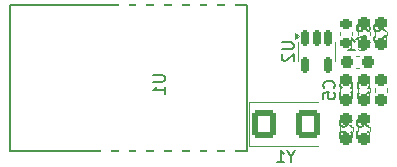
<source format=gbr>
%TF.GenerationSoftware,KiCad,Pcbnew,9.0.3*%
%TF.CreationDate,2025-08-01T16:52:08-04:00*%
%TF.ProjectId,dongle_pcb,646f6e67-6c65-45f7-9063-622e6b696361,rev?*%
%TF.SameCoordinates,Original*%
%TF.FileFunction,Legend,Bot*%
%TF.FilePolarity,Positive*%
%FSLAX46Y46*%
G04 Gerber Fmt 4.6, Leading zero omitted, Abs format (unit mm)*
G04 Created by KiCad (PCBNEW 9.0.3) date 2025-08-01 16:52:08*
%MOMM*%
%LPD*%
G01*
G04 APERTURE LIST*
G04 Aperture macros list*
%AMRoundRect*
0 Rectangle with rounded corners*
0 $1 Rounding radius*
0 $2 $3 $4 $5 $6 $7 $8 $9 X,Y pos of 4 corners*
0 Add a 4 corners polygon primitive as box body*
4,1,4,$2,$3,$4,$5,$6,$7,$8,$9,$2,$3,0*
0 Add four circle primitives for the rounded corners*
1,1,$1+$1,$2,$3*
1,1,$1+$1,$4,$5*
1,1,$1+$1,$6,$7*
1,1,$1+$1,$8,$9*
0 Add four rect primitives between the rounded corners*
20,1,$1+$1,$2,$3,$4,$5,0*
20,1,$1+$1,$4,$5,$6,$7,0*
20,1,$1+$1,$6,$7,$8,$9,0*
20,1,$1+$1,$8,$9,$2,$3,0*%
G04 Aperture macros list end*
%ADD10C,0.150000*%
%ADD11C,0.120000*%
%ADD12RoundRect,0.237500X-0.237500X0.300000X-0.237500X-0.300000X0.237500X-0.300000X0.237500X0.300000X0*%
%ADD13RoundRect,0.250000X-0.750000X-0.950000X0.750000X-0.950000X0.750000X0.950000X-0.750000X0.950000X0*%
%ADD14RoundRect,0.225000X0.250000X-0.225000X0.250000X0.225000X-0.250000X0.225000X-0.250000X-0.225000X0*%
%ADD15R,0.900000X2.000000*%
%ADD16R,2.500000X2.500000*%
%ADD17RoundRect,0.237500X0.237500X-0.300000X0.237500X0.300000X-0.237500X0.300000X-0.237500X-0.300000X0*%
%ADD18RoundRect,0.150000X-0.150000X0.512500X-0.150000X-0.512500X0.150000X-0.512500X0.150000X0.512500X0*%
%ADD19RoundRect,0.237500X0.300000X0.237500X-0.300000X0.237500X-0.300000X-0.237500X0.300000X-0.237500X0*%
G04 APERTURE END LIST*
D10*
X140709580Y-71173333D02*
X140757200Y-71125714D01*
X140757200Y-71125714D02*
X140804819Y-70982857D01*
X140804819Y-70982857D02*
X140804819Y-70887619D01*
X140804819Y-70887619D02*
X140757200Y-70744762D01*
X140757200Y-70744762D02*
X140661961Y-70649524D01*
X140661961Y-70649524D02*
X140566723Y-70601905D01*
X140566723Y-70601905D02*
X140376247Y-70554286D01*
X140376247Y-70554286D02*
X140233390Y-70554286D01*
X140233390Y-70554286D02*
X140042914Y-70601905D01*
X140042914Y-70601905D02*
X139947676Y-70649524D01*
X139947676Y-70649524D02*
X139852438Y-70744762D01*
X139852438Y-70744762D02*
X139804819Y-70887619D01*
X139804819Y-70887619D02*
X139804819Y-70982857D01*
X139804819Y-70982857D02*
X139852438Y-71125714D01*
X139852438Y-71125714D02*
X139900057Y-71173333D01*
X140138152Y-72030476D02*
X140804819Y-72030476D01*
X139757200Y-71792381D02*
X140471485Y-71554286D01*
X140471485Y-71554286D02*
X140471485Y-72173333D01*
X134176190Y-81758628D02*
X134176190Y-82234819D01*
X134509523Y-81234819D02*
X134176190Y-81758628D01*
X134176190Y-81758628D02*
X133842857Y-81234819D01*
X132985714Y-82234819D02*
X133557142Y-82234819D01*
X133271428Y-82234819D02*
X133271428Y-81234819D01*
X133271428Y-81234819D02*
X133366666Y-81377676D01*
X133366666Y-81377676D02*
X133461904Y-81472914D01*
X133461904Y-81472914D02*
X133557142Y-81520533D01*
X140724819Y-71173333D02*
X140248628Y-70840000D01*
X140724819Y-70601905D02*
X139724819Y-70601905D01*
X139724819Y-70601905D02*
X139724819Y-70982857D01*
X139724819Y-70982857D02*
X139772438Y-71078095D01*
X139772438Y-71078095D02*
X139820057Y-71125714D01*
X139820057Y-71125714D02*
X139915295Y-71173333D01*
X139915295Y-71173333D02*
X140058152Y-71173333D01*
X140058152Y-71173333D02*
X140153390Y-71125714D01*
X140153390Y-71125714D02*
X140201009Y-71078095D01*
X140201009Y-71078095D02*
X140248628Y-70982857D01*
X140248628Y-70982857D02*
X140248628Y-70601905D01*
X140058152Y-72030476D02*
X140724819Y-72030476D01*
X139677200Y-71792381D02*
X140391485Y-71554286D01*
X140391485Y-71554286D02*
X140391485Y-72173333D01*
X139334819Y-79260833D02*
X138858628Y-78927500D01*
X139334819Y-78689405D02*
X138334819Y-78689405D01*
X138334819Y-78689405D02*
X138334819Y-79070357D01*
X138334819Y-79070357D02*
X138382438Y-79165595D01*
X138382438Y-79165595D02*
X138430057Y-79213214D01*
X138430057Y-79213214D02*
X138525295Y-79260833D01*
X138525295Y-79260833D02*
X138668152Y-79260833D01*
X138668152Y-79260833D02*
X138763390Y-79213214D01*
X138763390Y-79213214D02*
X138811009Y-79165595D01*
X138811009Y-79165595D02*
X138858628Y-79070357D01*
X138858628Y-79070357D02*
X138858628Y-78689405D01*
X138334819Y-80165595D02*
X138334819Y-79689405D01*
X138334819Y-79689405D02*
X138811009Y-79641786D01*
X138811009Y-79641786D02*
X138763390Y-79689405D01*
X138763390Y-79689405D02*
X138715771Y-79784643D01*
X138715771Y-79784643D02*
X138715771Y-80022738D01*
X138715771Y-80022738D02*
X138763390Y-80117976D01*
X138763390Y-80117976D02*
X138811009Y-80165595D01*
X138811009Y-80165595D02*
X138906247Y-80213214D01*
X138906247Y-80213214D02*
X139144342Y-80213214D01*
X139144342Y-80213214D02*
X139239580Y-80165595D01*
X139239580Y-80165595D02*
X139287200Y-80117976D01*
X139287200Y-80117976D02*
X139334819Y-80022738D01*
X139334819Y-80022738D02*
X139334819Y-79784643D01*
X139334819Y-79784643D02*
X139287200Y-79689405D01*
X139287200Y-79689405D02*
X139239580Y-79641786D01*
X139239580Y-75953333D02*
X139287200Y-75905714D01*
X139287200Y-75905714D02*
X139334819Y-75762857D01*
X139334819Y-75762857D02*
X139334819Y-75667619D01*
X139334819Y-75667619D02*
X139287200Y-75524762D01*
X139287200Y-75524762D02*
X139191961Y-75429524D01*
X139191961Y-75429524D02*
X139096723Y-75381905D01*
X139096723Y-75381905D02*
X138906247Y-75334286D01*
X138906247Y-75334286D02*
X138763390Y-75334286D01*
X138763390Y-75334286D02*
X138572914Y-75381905D01*
X138572914Y-75381905D02*
X138477676Y-75429524D01*
X138477676Y-75429524D02*
X138382438Y-75524762D01*
X138382438Y-75524762D02*
X138334819Y-75667619D01*
X138334819Y-75667619D02*
X138334819Y-75762857D01*
X138334819Y-75762857D02*
X138382438Y-75905714D01*
X138382438Y-75905714D02*
X138430057Y-75953333D01*
X138334819Y-76286667D02*
X138334819Y-76905714D01*
X138334819Y-76905714D02*
X138715771Y-76572381D01*
X138715771Y-76572381D02*
X138715771Y-76715238D01*
X138715771Y-76715238D02*
X138763390Y-76810476D01*
X138763390Y-76810476D02*
X138811009Y-76858095D01*
X138811009Y-76858095D02*
X138906247Y-76905714D01*
X138906247Y-76905714D02*
X139144342Y-76905714D01*
X139144342Y-76905714D02*
X139239580Y-76858095D01*
X139239580Y-76858095D02*
X139287200Y-76810476D01*
X139287200Y-76810476D02*
X139334819Y-76715238D01*
X139334819Y-76715238D02*
X139334819Y-76429524D01*
X139334819Y-76429524D02*
X139287200Y-76334286D01*
X139287200Y-76334286D02*
X139239580Y-76286667D01*
X122454819Y-74878095D02*
X123264342Y-74878095D01*
X123264342Y-74878095D02*
X123359580Y-74925714D01*
X123359580Y-74925714D02*
X123407200Y-74973333D01*
X123407200Y-74973333D02*
X123454819Y-75068571D01*
X123454819Y-75068571D02*
X123454819Y-75259047D01*
X123454819Y-75259047D02*
X123407200Y-75354285D01*
X123407200Y-75354285D02*
X123359580Y-75401904D01*
X123359580Y-75401904D02*
X123264342Y-75449523D01*
X123264342Y-75449523D02*
X122454819Y-75449523D01*
X123454819Y-76449523D02*
X123454819Y-75878095D01*
X123454819Y-76163809D02*
X122454819Y-76163809D01*
X122454819Y-76163809D02*
X122597676Y-76068571D01*
X122597676Y-76068571D02*
X122692914Y-75973333D01*
X122692914Y-75973333D02*
X122740533Y-75878095D01*
X140734819Y-79260833D02*
X140258628Y-78927500D01*
X140734819Y-78689405D02*
X139734819Y-78689405D01*
X139734819Y-78689405D02*
X139734819Y-79070357D01*
X139734819Y-79070357D02*
X139782438Y-79165595D01*
X139782438Y-79165595D02*
X139830057Y-79213214D01*
X139830057Y-79213214D02*
X139925295Y-79260833D01*
X139925295Y-79260833D02*
X140068152Y-79260833D01*
X140068152Y-79260833D02*
X140163390Y-79213214D01*
X140163390Y-79213214D02*
X140211009Y-79165595D01*
X140211009Y-79165595D02*
X140258628Y-79070357D01*
X140258628Y-79070357D02*
X140258628Y-78689405D01*
X139734819Y-79594167D02*
X139734819Y-80213214D01*
X139734819Y-80213214D02*
X140115771Y-79879881D01*
X140115771Y-79879881D02*
X140115771Y-80022738D01*
X140115771Y-80022738D02*
X140163390Y-80117976D01*
X140163390Y-80117976D02*
X140211009Y-80165595D01*
X140211009Y-80165595D02*
X140306247Y-80213214D01*
X140306247Y-80213214D02*
X140544342Y-80213214D01*
X140544342Y-80213214D02*
X140639580Y-80165595D01*
X140639580Y-80165595D02*
X140687200Y-80117976D01*
X140687200Y-80117976D02*
X140734819Y-80022738D01*
X140734819Y-80022738D02*
X140734819Y-79737024D01*
X140734819Y-79737024D02*
X140687200Y-79641786D01*
X140687200Y-79641786D02*
X140639580Y-79594167D01*
X137769580Y-75950833D02*
X137817200Y-75903214D01*
X137817200Y-75903214D02*
X137864819Y-75760357D01*
X137864819Y-75760357D02*
X137864819Y-75665119D01*
X137864819Y-75665119D02*
X137817200Y-75522262D01*
X137817200Y-75522262D02*
X137721961Y-75427024D01*
X137721961Y-75427024D02*
X137626723Y-75379405D01*
X137626723Y-75379405D02*
X137436247Y-75331786D01*
X137436247Y-75331786D02*
X137293390Y-75331786D01*
X137293390Y-75331786D02*
X137102914Y-75379405D01*
X137102914Y-75379405D02*
X137007676Y-75427024D01*
X137007676Y-75427024D02*
X136912438Y-75522262D01*
X136912438Y-75522262D02*
X136864819Y-75665119D01*
X136864819Y-75665119D02*
X136864819Y-75760357D01*
X136864819Y-75760357D02*
X136912438Y-75903214D01*
X136912438Y-75903214D02*
X136960057Y-75950833D01*
X136864819Y-76855595D02*
X136864819Y-76379405D01*
X136864819Y-76379405D02*
X137341009Y-76331786D01*
X137341009Y-76331786D02*
X137293390Y-76379405D01*
X137293390Y-76379405D02*
X137245771Y-76474643D01*
X137245771Y-76474643D02*
X137245771Y-76712738D01*
X137245771Y-76712738D02*
X137293390Y-76807976D01*
X137293390Y-76807976D02*
X137341009Y-76855595D01*
X137341009Y-76855595D02*
X137436247Y-76903214D01*
X137436247Y-76903214D02*
X137674342Y-76903214D01*
X137674342Y-76903214D02*
X137769580Y-76855595D01*
X137769580Y-76855595D02*
X137817200Y-76807976D01*
X137817200Y-76807976D02*
X137864819Y-76712738D01*
X137864819Y-76712738D02*
X137864819Y-76474643D01*
X137864819Y-76474643D02*
X137817200Y-76379405D01*
X137817200Y-76379405D02*
X137769580Y-76331786D01*
X142204819Y-71173333D02*
X141728628Y-70840000D01*
X142204819Y-70601905D02*
X141204819Y-70601905D01*
X141204819Y-70601905D02*
X141204819Y-70982857D01*
X141204819Y-70982857D02*
X141252438Y-71078095D01*
X141252438Y-71078095D02*
X141300057Y-71125714D01*
X141300057Y-71125714D02*
X141395295Y-71173333D01*
X141395295Y-71173333D02*
X141538152Y-71173333D01*
X141538152Y-71173333D02*
X141633390Y-71125714D01*
X141633390Y-71125714D02*
X141681009Y-71078095D01*
X141681009Y-71078095D02*
X141728628Y-70982857D01*
X141728628Y-70982857D02*
X141728628Y-70601905D01*
X141300057Y-71554286D02*
X141252438Y-71601905D01*
X141252438Y-71601905D02*
X141204819Y-71697143D01*
X141204819Y-71697143D02*
X141204819Y-71935238D01*
X141204819Y-71935238D02*
X141252438Y-72030476D01*
X141252438Y-72030476D02*
X141300057Y-72078095D01*
X141300057Y-72078095D02*
X141395295Y-72125714D01*
X141395295Y-72125714D02*
X141490533Y-72125714D01*
X141490533Y-72125714D02*
X141633390Y-72078095D01*
X141633390Y-72078095D02*
X142204819Y-71506667D01*
X142204819Y-71506667D02*
X142204819Y-72125714D01*
X140699580Y-75963333D02*
X140747200Y-75915714D01*
X140747200Y-75915714D02*
X140794819Y-75772857D01*
X140794819Y-75772857D02*
X140794819Y-75677619D01*
X140794819Y-75677619D02*
X140747200Y-75534762D01*
X140747200Y-75534762D02*
X140651961Y-75439524D01*
X140651961Y-75439524D02*
X140556723Y-75391905D01*
X140556723Y-75391905D02*
X140366247Y-75344286D01*
X140366247Y-75344286D02*
X140223390Y-75344286D01*
X140223390Y-75344286D02*
X140032914Y-75391905D01*
X140032914Y-75391905D02*
X139937676Y-75439524D01*
X139937676Y-75439524D02*
X139842438Y-75534762D01*
X139842438Y-75534762D02*
X139794819Y-75677619D01*
X139794819Y-75677619D02*
X139794819Y-75772857D01*
X139794819Y-75772857D02*
X139842438Y-75915714D01*
X139842438Y-75915714D02*
X139890057Y-75963333D01*
X139890057Y-76344286D02*
X139842438Y-76391905D01*
X139842438Y-76391905D02*
X139794819Y-76487143D01*
X139794819Y-76487143D02*
X139794819Y-76725238D01*
X139794819Y-76725238D02*
X139842438Y-76820476D01*
X139842438Y-76820476D02*
X139890057Y-76868095D01*
X139890057Y-76868095D02*
X139985295Y-76915714D01*
X139985295Y-76915714D02*
X140080533Y-76915714D01*
X140080533Y-76915714D02*
X140223390Y-76868095D01*
X140223390Y-76868095D02*
X140794819Y-76296667D01*
X140794819Y-76296667D02*
X140794819Y-76915714D01*
X133367319Y-72098095D02*
X134176842Y-72098095D01*
X134176842Y-72098095D02*
X134272080Y-72145714D01*
X134272080Y-72145714D02*
X134319700Y-72193333D01*
X134319700Y-72193333D02*
X134367319Y-72288571D01*
X134367319Y-72288571D02*
X134367319Y-72479047D01*
X134367319Y-72479047D02*
X134319700Y-72574285D01*
X134319700Y-72574285D02*
X134272080Y-72621904D01*
X134272080Y-72621904D02*
X134176842Y-72669523D01*
X134176842Y-72669523D02*
X133367319Y-72669523D01*
X133462557Y-73098095D02*
X133414938Y-73145714D01*
X133414938Y-73145714D02*
X133367319Y-73240952D01*
X133367319Y-73240952D02*
X133367319Y-73479047D01*
X133367319Y-73479047D02*
X133414938Y-73574285D01*
X133414938Y-73574285D02*
X133462557Y-73621904D01*
X133462557Y-73621904D02*
X133557795Y-73669523D01*
X133557795Y-73669523D02*
X133653033Y-73669523D01*
X133653033Y-73669523D02*
X133795890Y-73621904D01*
X133795890Y-73621904D02*
X134367319Y-73050476D01*
X134367319Y-73050476D02*
X134367319Y-73669523D01*
X139936666Y-72659580D02*
X139984285Y-72707200D01*
X139984285Y-72707200D02*
X140127142Y-72754819D01*
X140127142Y-72754819D02*
X140222380Y-72754819D01*
X140222380Y-72754819D02*
X140365237Y-72707200D01*
X140365237Y-72707200D02*
X140460475Y-72611961D01*
X140460475Y-72611961D02*
X140508094Y-72516723D01*
X140508094Y-72516723D02*
X140555713Y-72326247D01*
X140555713Y-72326247D02*
X140555713Y-72183390D01*
X140555713Y-72183390D02*
X140508094Y-71992914D01*
X140508094Y-71992914D02*
X140460475Y-71897676D01*
X140460475Y-71897676D02*
X140365237Y-71802438D01*
X140365237Y-71802438D02*
X140222380Y-71754819D01*
X140222380Y-71754819D02*
X140127142Y-71754819D01*
X140127142Y-71754819D02*
X139984285Y-71802438D01*
X139984285Y-71802438D02*
X139936666Y-71850057D01*
X138984285Y-72754819D02*
X139555713Y-72754819D01*
X139269999Y-72754819D02*
X139269999Y-71754819D01*
X139269999Y-71754819D02*
X139365237Y-71897676D01*
X139365237Y-71897676D02*
X139460475Y-71992914D01*
X139460475Y-71992914D02*
X139555713Y-72040533D01*
D11*
%TO.C,C4*%
X141270000Y-71193733D02*
X141270000Y-71486267D01*
X142290000Y-71193733D02*
X142290000Y-71486267D01*
%TO.C,Y1*%
X130590000Y-77120000D02*
X136460000Y-77120000D01*
X130590000Y-80840000D02*
X130590000Y-77120000D01*
X136460000Y-80840000D02*
X130590000Y-80840000D01*
%TO.C,R4*%
X138330000Y-71480580D02*
X138330000Y-71199420D01*
X139350000Y-71480580D02*
X139350000Y-71199420D01*
%TO.C,R5*%
X139800000Y-79281233D02*
X139800000Y-79573767D01*
X140820000Y-79281233D02*
X140820000Y-79573767D01*
%TO.C,C3*%
X139800000Y-75973733D02*
X139800000Y-76266267D01*
X140820000Y-75973733D02*
X140820000Y-76266267D01*
D10*
%TO.C,U1*%
X110390000Y-68940000D02*
X110390000Y-81240000D01*
X130390000Y-68940000D02*
X110390000Y-68940000D01*
X130390000Y-81240000D02*
X130390000Y-68940000D01*
X130390000Y-81250000D02*
X110390000Y-81250000D01*
D11*
%TO.C,R3*%
X138340000Y-79573767D02*
X138340000Y-79281233D01*
X139360000Y-79573767D02*
X139360000Y-79281233D01*
%TO.C,C5*%
X138330000Y-75971233D02*
X138330000Y-76263767D01*
X139350000Y-75971233D02*
X139350000Y-76263767D01*
%TO.C,R2*%
X139810000Y-71486267D02*
X139810000Y-71193733D01*
X140830000Y-71486267D02*
X140830000Y-71193733D01*
%TO.C,C2*%
X141260000Y-75983733D02*
X141260000Y-76276267D01*
X142280000Y-75983733D02*
X142280000Y-76276267D01*
%TO.C,U2*%
X134752500Y-72860000D02*
X134752500Y-72060000D01*
X134752500Y-72860000D02*
X134752500Y-73660000D01*
X137872500Y-72860000D02*
X137872500Y-72060000D01*
X137872500Y-72860000D02*
X137872500Y-73660000D01*
X134802500Y-71560000D02*
X134472500Y-71800000D01*
X134472500Y-71320000D01*
X134802500Y-71560000D01*
G36*
X134802500Y-71560000D02*
G01*
X134472500Y-71800000D01*
X134472500Y-71320000D01*
X134802500Y-71560000D01*
G37*
%TO.C,C1*%
X139916267Y-73220000D02*
X139623733Y-73220000D01*
X139916267Y-74240000D02*
X139623733Y-74240000D01*
%TD*%
%LPC*%
D12*
%TO.C,C4*%
X141780000Y-70477500D03*
X141780000Y-72202500D03*
%TD*%
D13*
%TO.C,Y1*%
X131850000Y-78980000D03*
X135550000Y-78980000D03*
%TD*%
D14*
%TO.C,R4*%
X138840000Y-72115000D03*
X138840000Y-70565000D03*
%TD*%
D12*
%TO.C,R5*%
X140310000Y-78565000D03*
X140310000Y-80290000D03*
%TD*%
%TO.C,C3*%
X140310000Y-75257500D03*
X140310000Y-76982500D03*
%TD*%
D15*
%TO.C,U1*%
X119990000Y-68940000D03*
X121490000Y-68940000D03*
X122990000Y-68940000D03*
X124490000Y-68940000D03*
X125990000Y-68940000D03*
X127490000Y-68940000D03*
X128990000Y-68940000D03*
X128990000Y-81240000D03*
X127490000Y-81240000D03*
X125990000Y-81240000D03*
X124490000Y-81240000D03*
X122990000Y-81240000D03*
X121490000Y-81240000D03*
X119990000Y-81240000D03*
X118490000Y-81240000D03*
D16*
X125190000Y-73790000D03*
%TD*%
D17*
%TO.C,R3*%
X138850000Y-80290000D03*
X138850000Y-78565000D03*
%TD*%
D12*
%TO.C,C5*%
X138840000Y-75255000D03*
X138840000Y-76980000D03*
%TD*%
D17*
%TO.C,R2*%
X140320000Y-72202500D03*
X140320000Y-70477500D03*
%TD*%
D12*
%TO.C,C2*%
X141770000Y-75267500D03*
X141770000Y-76992500D03*
%TD*%
D18*
%TO.C,U2*%
X135362500Y-71722500D03*
X136312500Y-71722500D03*
X137262500Y-71722500D03*
X137262500Y-73997500D03*
X135362500Y-73997500D03*
%TD*%
D19*
%TO.C,C1*%
X140632500Y-73730000D03*
X138907500Y-73730000D03*
%TD*%
%LPD*%
M02*

</source>
